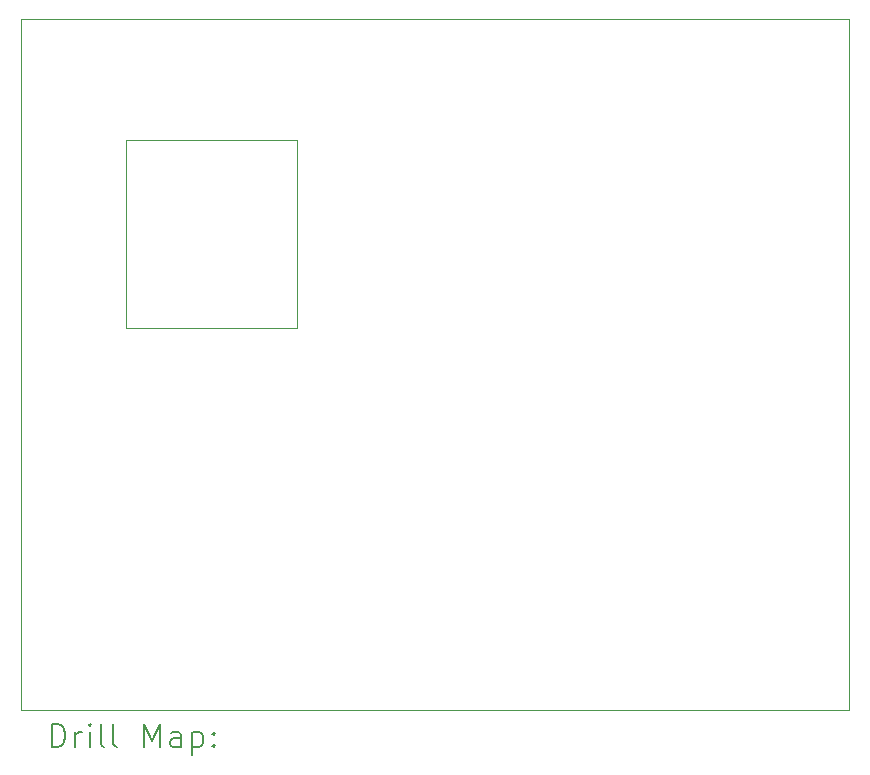
<source format=gbr>
%TF.GenerationSoftware,KiCad,Pcbnew,7.0.6*%
%TF.CreationDate,2024-03-24T21:23:22-04:00*%
%TF.ProjectId,Radio Module,52616469-6f20-44d6-9f64-756c652e6b69,rev?*%
%TF.SameCoordinates,Original*%
%TF.FileFunction,Drillmap*%
%TF.FilePolarity,Positive*%
%FSLAX45Y45*%
G04 Gerber Fmt 4.5, Leading zero omitted, Abs format (unit mm)*
G04 Created by KiCad (PCBNEW 7.0.6) date 2024-03-24 21:23:22*
%MOMM*%
%LPD*%
G01*
G04 APERTURE LIST*
%ADD10C,0.100000*%
%ADD11C,0.200000*%
G04 APERTURE END LIST*
D10*
X14071600Y-6337300D02*
X15519400Y-6337300D01*
X15519400Y-7924800D01*
X14071600Y-7924800D01*
X14071600Y-6337300D01*
X13182600Y-5308600D02*
X20193000Y-5308600D01*
X20193000Y-11163300D01*
X13182600Y-11163300D01*
X13182600Y-5308600D01*
D11*
X13438377Y-11479784D02*
X13438377Y-11279784D01*
X13438377Y-11279784D02*
X13485996Y-11279784D01*
X13485996Y-11279784D02*
X13514567Y-11289308D01*
X13514567Y-11289308D02*
X13533615Y-11308355D01*
X13533615Y-11308355D02*
X13543139Y-11327403D01*
X13543139Y-11327403D02*
X13552662Y-11365498D01*
X13552662Y-11365498D02*
X13552662Y-11394069D01*
X13552662Y-11394069D02*
X13543139Y-11432165D01*
X13543139Y-11432165D02*
X13533615Y-11451212D01*
X13533615Y-11451212D02*
X13514567Y-11470260D01*
X13514567Y-11470260D02*
X13485996Y-11479784D01*
X13485996Y-11479784D02*
X13438377Y-11479784D01*
X13638377Y-11479784D02*
X13638377Y-11346450D01*
X13638377Y-11384546D02*
X13647901Y-11365498D01*
X13647901Y-11365498D02*
X13657424Y-11355974D01*
X13657424Y-11355974D02*
X13676472Y-11346450D01*
X13676472Y-11346450D02*
X13695520Y-11346450D01*
X13762186Y-11479784D02*
X13762186Y-11346450D01*
X13762186Y-11279784D02*
X13752662Y-11289308D01*
X13752662Y-11289308D02*
X13762186Y-11298831D01*
X13762186Y-11298831D02*
X13771710Y-11289308D01*
X13771710Y-11289308D02*
X13762186Y-11279784D01*
X13762186Y-11279784D02*
X13762186Y-11298831D01*
X13885996Y-11479784D02*
X13866948Y-11470260D01*
X13866948Y-11470260D02*
X13857424Y-11451212D01*
X13857424Y-11451212D02*
X13857424Y-11279784D01*
X13990758Y-11479784D02*
X13971710Y-11470260D01*
X13971710Y-11470260D02*
X13962186Y-11451212D01*
X13962186Y-11451212D02*
X13962186Y-11279784D01*
X14219329Y-11479784D02*
X14219329Y-11279784D01*
X14219329Y-11279784D02*
X14285996Y-11422641D01*
X14285996Y-11422641D02*
X14352662Y-11279784D01*
X14352662Y-11279784D02*
X14352662Y-11479784D01*
X14533615Y-11479784D02*
X14533615Y-11375022D01*
X14533615Y-11375022D02*
X14524091Y-11355974D01*
X14524091Y-11355974D02*
X14505043Y-11346450D01*
X14505043Y-11346450D02*
X14466948Y-11346450D01*
X14466948Y-11346450D02*
X14447901Y-11355974D01*
X14533615Y-11470260D02*
X14514567Y-11479784D01*
X14514567Y-11479784D02*
X14466948Y-11479784D01*
X14466948Y-11479784D02*
X14447901Y-11470260D01*
X14447901Y-11470260D02*
X14438377Y-11451212D01*
X14438377Y-11451212D02*
X14438377Y-11432165D01*
X14438377Y-11432165D02*
X14447901Y-11413117D01*
X14447901Y-11413117D02*
X14466948Y-11403593D01*
X14466948Y-11403593D02*
X14514567Y-11403593D01*
X14514567Y-11403593D02*
X14533615Y-11394069D01*
X14628853Y-11346450D02*
X14628853Y-11546450D01*
X14628853Y-11355974D02*
X14647901Y-11346450D01*
X14647901Y-11346450D02*
X14685996Y-11346450D01*
X14685996Y-11346450D02*
X14705043Y-11355974D01*
X14705043Y-11355974D02*
X14714567Y-11365498D01*
X14714567Y-11365498D02*
X14724091Y-11384546D01*
X14724091Y-11384546D02*
X14724091Y-11441688D01*
X14724091Y-11441688D02*
X14714567Y-11460736D01*
X14714567Y-11460736D02*
X14705043Y-11470260D01*
X14705043Y-11470260D02*
X14685996Y-11479784D01*
X14685996Y-11479784D02*
X14647901Y-11479784D01*
X14647901Y-11479784D02*
X14628853Y-11470260D01*
X14809805Y-11460736D02*
X14819329Y-11470260D01*
X14819329Y-11470260D02*
X14809805Y-11479784D01*
X14809805Y-11479784D02*
X14800282Y-11470260D01*
X14800282Y-11470260D02*
X14809805Y-11460736D01*
X14809805Y-11460736D02*
X14809805Y-11479784D01*
X14809805Y-11355974D02*
X14819329Y-11365498D01*
X14819329Y-11365498D02*
X14809805Y-11375022D01*
X14809805Y-11375022D02*
X14800282Y-11365498D01*
X14800282Y-11365498D02*
X14809805Y-11355974D01*
X14809805Y-11355974D02*
X14809805Y-11375022D01*
M02*

</source>
